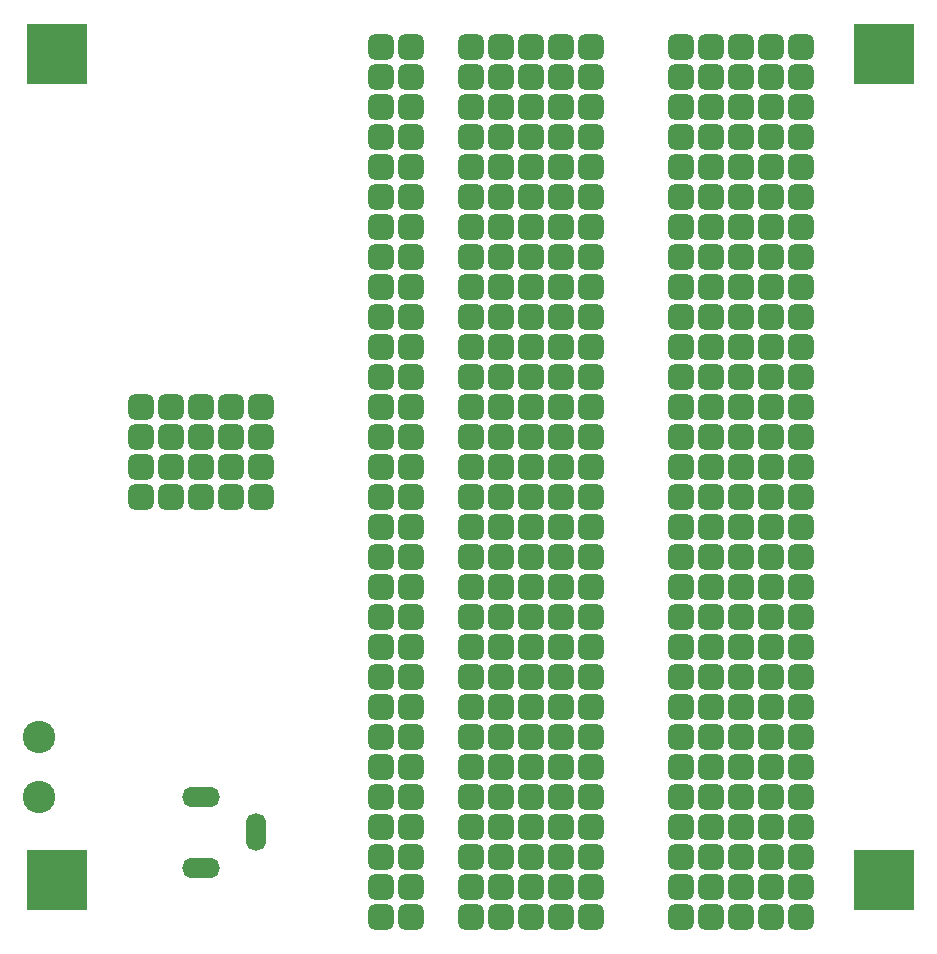
<source format=gbs>
G04*
G04 #@! TF.GenerationSoftware,Altium Limited,Altium Designer,18.1.7 (191)*
G04*
G04 Layer_Color=16711935*
%FSLAX25Y25*%
%MOIN*%
G70*
G01*
G75*
%ADD20C,0.10800*%
G04:AMPARAMS|DCode=21|XSize=86.74mil|YSize=86.74mil|CornerRadius=23.68mil|HoleSize=0mil|Usage=FLASHONLY|Rotation=180.000|XOffset=0mil|YOffset=0mil|HoleType=Round|Shape=RoundedRectangle|*
%AMROUNDEDRECTD21*
21,1,0.08674,0.03937,0,0,180.0*
21,1,0.03937,0.08674,0,0,180.0*
1,1,0.04737,-0.01968,0.01968*
1,1,0.04737,0.01968,0.01968*
1,1,0.04737,0.01968,-0.01968*
1,1,0.04737,-0.01968,-0.01968*
%
%ADD21ROUNDEDRECTD21*%
G04:AMPARAMS|DCode=22|XSize=86.74mil|YSize=86.74mil|CornerRadius=23.68mil|HoleSize=0mil|Usage=FLASHONLY|Rotation=90.000|XOffset=0mil|YOffset=0mil|HoleType=Round|Shape=RoundedRectangle|*
%AMROUNDEDRECTD22*
21,1,0.08674,0.03937,0,0,90.0*
21,1,0.03937,0.08674,0,0,90.0*
1,1,0.04737,0.01968,0.01968*
1,1,0.04737,0.01968,-0.01968*
1,1,0.04737,-0.01968,-0.01968*
1,1,0.04737,-0.01968,0.01968*
%
%ADD22ROUNDEDRECTD22*%
%ADD23O,0.12674X0.06737*%
%ADD24O,0.06737X0.12674*%
%ADD25R,0.20485X0.20485*%
D20*
X-144000Y-90000D02*
D03*
Y-110000D02*
D03*
D21*
X70000Y-40000D02*
D03*
X80000D02*
D03*
X90000D02*
D03*
X100000D02*
D03*
X110000D02*
D03*
Y-10000D02*
D03*
X100000D02*
D03*
X90000D02*
D03*
X80000D02*
D03*
X70000D02*
D03*
X40000D02*
D03*
X30000D02*
D03*
X20000D02*
D03*
X10000D02*
D03*
X0D02*
D03*
X110000Y-20000D02*
D03*
X100000D02*
D03*
X90000D02*
D03*
X80000D02*
D03*
X70000D02*
D03*
X40000D02*
D03*
X30000D02*
D03*
X20000D02*
D03*
X10000D02*
D03*
X0D02*
D03*
X110000Y-30000D02*
D03*
X100000D02*
D03*
X90000D02*
D03*
X80000D02*
D03*
X70000D02*
D03*
X40000D02*
D03*
X30000D02*
D03*
X20000D02*
D03*
X10000D02*
D03*
X0D02*
D03*
X40000Y-40000D02*
D03*
X30000D02*
D03*
X20000D02*
D03*
X10000D02*
D03*
X0D02*
D03*
X110000Y-50000D02*
D03*
X100000D02*
D03*
X90000D02*
D03*
X80000D02*
D03*
X70000D02*
D03*
X40000D02*
D03*
X30000D02*
D03*
X20000D02*
D03*
X10000D02*
D03*
X0D02*
D03*
X110000Y-60000D02*
D03*
X100000D02*
D03*
X90000D02*
D03*
X80000D02*
D03*
X70000D02*
D03*
X40000D02*
D03*
X30000D02*
D03*
X20000D02*
D03*
X10000D02*
D03*
X0D02*
D03*
X110000Y-70000D02*
D03*
X100000D02*
D03*
X90000D02*
D03*
X80000D02*
D03*
X70000D02*
D03*
X40000D02*
D03*
X30000D02*
D03*
X20000D02*
D03*
X10000D02*
D03*
X0D02*
D03*
X110000Y-80000D02*
D03*
X100000D02*
D03*
X90000D02*
D03*
X80000D02*
D03*
X70000D02*
D03*
X40000D02*
D03*
X30000D02*
D03*
X20000D02*
D03*
X10000D02*
D03*
X0D02*
D03*
X110000Y-90000D02*
D03*
X100000D02*
D03*
X90000D02*
D03*
X80000D02*
D03*
X70000D02*
D03*
X40000D02*
D03*
X30000D02*
D03*
X20000D02*
D03*
X10000D02*
D03*
X0D02*
D03*
X110000Y-100000D02*
D03*
X100000D02*
D03*
X90000D02*
D03*
X80000D02*
D03*
X70000D02*
D03*
X40000D02*
D03*
X30000D02*
D03*
X20000D02*
D03*
X10000D02*
D03*
X0D02*
D03*
X110000Y-110000D02*
D03*
X100000D02*
D03*
X90000D02*
D03*
X80000D02*
D03*
X70000D02*
D03*
X40000D02*
D03*
X30000D02*
D03*
X20000D02*
D03*
X10000D02*
D03*
X0D02*
D03*
X110000Y-120000D02*
D03*
X100000D02*
D03*
X90000D02*
D03*
X80000D02*
D03*
X70000D02*
D03*
X40000D02*
D03*
X30000D02*
D03*
X20000D02*
D03*
X10000D02*
D03*
X0D02*
D03*
X110000Y-130000D02*
D03*
X100000D02*
D03*
X90000D02*
D03*
X80000D02*
D03*
X70000D02*
D03*
X40000D02*
D03*
X30000D02*
D03*
X20000D02*
D03*
X10000D02*
D03*
X0D02*
D03*
X110000Y-140000D02*
D03*
X100000D02*
D03*
X90000D02*
D03*
X80000D02*
D03*
X70000D02*
D03*
X40000D02*
D03*
X30000D02*
D03*
X20000D02*
D03*
X10000D02*
D03*
X0D02*
D03*
X110000Y-150000D02*
D03*
X100000D02*
D03*
X90000D02*
D03*
X80000D02*
D03*
X70000D02*
D03*
X40000D02*
D03*
X30000D02*
D03*
X20000D02*
D03*
X10000D02*
D03*
X0D02*
D03*
X-110000Y0D02*
D03*
X-100000D02*
D03*
X-90000D02*
D03*
X-80000D02*
D03*
X-70000D02*
D03*
X-110000Y20000D02*
D03*
X-100000D02*
D03*
X-90000D02*
D03*
X-80000D02*
D03*
X-70000D02*
D03*
X-110000Y10000D02*
D03*
X-100000D02*
D03*
X-90000D02*
D03*
X-80000D02*
D03*
X-70000D02*
D03*
X-110000Y-10000D02*
D03*
X-100000D02*
D03*
X-90000D02*
D03*
X-80000D02*
D03*
X-70000D02*
D03*
X110000Y0D02*
D03*
X100000D02*
D03*
X90000D02*
D03*
X80000D02*
D03*
X70000D02*
D03*
X40000D02*
D03*
X30000D02*
D03*
X20000D02*
D03*
X10000D02*
D03*
X0D02*
D03*
X110000Y10000D02*
D03*
X100000D02*
D03*
X90000D02*
D03*
X80000D02*
D03*
X70000D02*
D03*
X40000D02*
D03*
X30000D02*
D03*
X20000D02*
D03*
X10000D02*
D03*
X0D02*
D03*
X110000Y20000D02*
D03*
X100000D02*
D03*
X90000D02*
D03*
X80000D02*
D03*
X70000D02*
D03*
X40000D02*
D03*
X30000D02*
D03*
X20000D02*
D03*
X10000D02*
D03*
X0D02*
D03*
X110000Y30000D02*
D03*
X100000D02*
D03*
X90000D02*
D03*
X80000D02*
D03*
X70000D02*
D03*
X40000D02*
D03*
X30000D02*
D03*
X20000D02*
D03*
X10000D02*
D03*
X0D02*
D03*
X110000Y40000D02*
D03*
X100000D02*
D03*
X90000D02*
D03*
X80000D02*
D03*
X70000D02*
D03*
X40000D02*
D03*
X30000D02*
D03*
X20000D02*
D03*
X10000D02*
D03*
X0D02*
D03*
X110000Y50000D02*
D03*
X100000D02*
D03*
X90000D02*
D03*
X80000D02*
D03*
X70000D02*
D03*
X40000D02*
D03*
X30000D02*
D03*
X20000D02*
D03*
X10000D02*
D03*
X0D02*
D03*
X110000Y60000D02*
D03*
X100000D02*
D03*
X90000D02*
D03*
X80000D02*
D03*
X70000D02*
D03*
X40000D02*
D03*
X30000D02*
D03*
X20000D02*
D03*
X10000D02*
D03*
X0D02*
D03*
X110000Y70000D02*
D03*
X100000D02*
D03*
X90000D02*
D03*
X80000D02*
D03*
X70000D02*
D03*
X40000D02*
D03*
X30000D02*
D03*
X20000D02*
D03*
X10000D02*
D03*
X0D02*
D03*
X110000Y80000D02*
D03*
X100000D02*
D03*
X90000D02*
D03*
X80000D02*
D03*
X70000D02*
D03*
X40000D02*
D03*
X30000D02*
D03*
X20000D02*
D03*
X10000D02*
D03*
X0D02*
D03*
X110000Y90000D02*
D03*
X100000D02*
D03*
X90000D02*
D03*
X80000D02*
D03*
X70000D02*
D03*
X40000D02*
D03*
X30000D02*
D03*
X20000D02*
D03*
X10000D02*
D03*
X0D02*
D03*
X110000Y100000D02*
D03*
X100000D02*
D03*
X90000D02*
D03*
X80000D02*
D03*
X70000D02*
D03*
X40000D02*
D03*
X30000D02*
D03*
X20000D02*
D03*
X10000D02*
D03*
X0D02*
D03*
X110000Y110000D02*
D03*
X100000D02*
D03*
X90000D02*
D03*
X80000D02*
D03*
X70000D02*
D03*
X40000D02*
D03*
X30000D02*
D03*
X20000D02*
D03*
X10000D02*
D03*
X0D02*
D03*
X110000Y120000D02*
D03*
X100000D02*
D03*
X90000D02*
D03*
X80000D02*
D03*
X70000D02*
D03*
X40000D02*
D03*
X30000D02*
D03*
X20000D02*
D03*
X10000D02*
D03*
X0D02*
D03*
X110000Y130000D02*
D03*
X100000D02*
D03*
X90000D02*
D03*
X80000D02*
D03*
X70000D02*
D03*
X40000D02*
D03*
X30000D02*
D03*
X20000D02*
D03*
X10000D02*
D03*
X0D02*
D03*
X70000Y140000D02*
D03*
X80000D02*
D03*
X90000D02*
D03*
X100000D02*
D03*
X110000D02*
D03*
X40000D02*
D03*
X30000D02*
D03*
X20000D02*
D03*
X10000D02*
D03*
X0D02*
D03*
D22*
X-20000Y-50000D02*
D03*
Y-40000D02*
D03*
Y-30000D02*
D03*
Y-20000D02*
D03*
Y-10000D02*
D03*
X-30000Y-50000D02*
D03*
Y-40000D02*
D03*
Y-30000D02*
D03*
Y-20000D02*
D03*
Y-10000D02*
D03*
X-20000Y-100000D02*
D03*
Y-90000D02*
D03*
Y-80000D02*
D03*
Y-70000D02*
D03*
Y-60000D02*
D03*
X-30000Y-100000D02*
D03*
Y-90000D02*
D03*
Y-80000D02*
D03*
Y-70000D02*
D03*
Y-60000D02*
D03*
X-20000Y-150000D02*
D03*
Y-140000D02*
D03*
Y-130000D02*
D03*
Y-120000D02*
D03*
Y-110000D02*
D03*
X-30000Y-150000D02*
D03*
Y-140000D02*
D03*
Y-130000D02*
D03*
Y-120000D02*
D03*
Y-110000D02*
D03*
X-20000Y0D02*
D03*
Y10000D02*
D03*
Y20000D02*
D03*
Y30000D02*
D03*
Y40000D02*
D03*
Y90000D02*
D03*
Y80000D02*
D03*
Y70000D02*
D03*
Y60000D02*
D03*
Y50000D02*
D03*
Y140000D02*
D03*
Y130000D02*
D03*
Y120000D02*
D03*
Y110000D02*
D03*
Y100000D02*
D03*
X-30000Y0D02*
D03*
Y10000D02*
D03*
Y20000D02*
D03*
Y30000D02*
D03*
Y40000D02*
D03*
Y50000D02*
D03*
Y60000D02*
D03*
Y70000D02*
D03*
Y80000D02*
D03*
Y90000D02*
D03*
Y100000D02*
D03*
Y110000D02*
D03*
Y120000D02*
D03*
Y130000D02*
D03*
Y140000D02*
D03*
D23*
X-90000Y-110000D02*
D03*
Y-133622D02*
D03*
D24*
X-71496Y-121811D02*
D03*
D25*
X137795Y-137795D02*
D03*
X-137795D02*
D03*
X137795Y137795D02*
D03*
X-137795D02*
D03*
M02*

</source>
